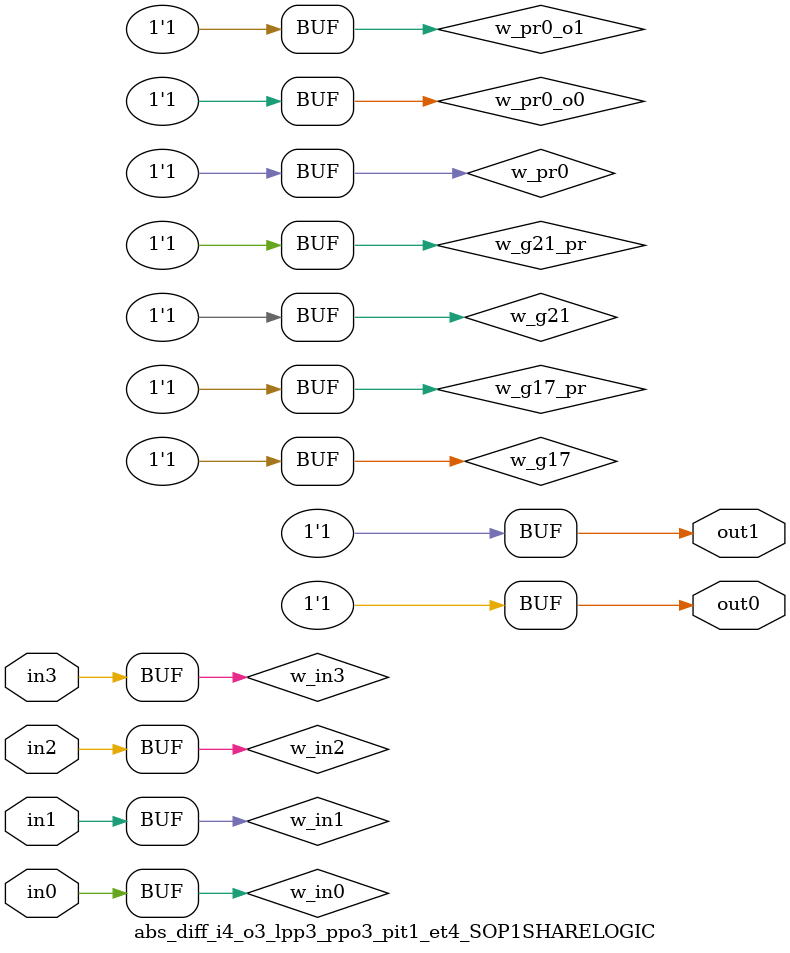
<source format=v>
module abs_diff_i4_o3_lpp3_ppo3_pit1_et4_SOP1SHARELOGIC (in0, in1, in2, in3, out0, out1);
// declaring inputs
input in0,  in1,  in2,  in3;
// declaring outputs
output out0,  out1;
// JSON model input
wire w_in3, w_in2, w_in1, w_in0;
// JSON model output
wire w_g17, w_g21;
//json model
wire w_g17_pr, w_g21_pr, w_pr0_o0, w_pr0_o1, w_pr0;
// JSON model input assign
assign w_in3 = in3;
assign w_in2 = in2;
assign w_in1 = in1;
assign w_in0 = in0;

//json model assigns (approximated Shared/XPAT part)
//assign literals to products
assign w_pr0 = 1;
//if a product has literals and if the product is being "activated" for that output
assign w_pr0_o0 = w_pr0 & 1;
assign w_pr0_o1 = w_pr0 & 1;
//compose an output with corresponding products (OR)
assign w_g17 = w_pr0_o0;
assign w_g21 = w_pr0_o1;
//if an output has products and if it is part of the JSON model
assign w_g17_pr = w_g17 & 1;
assign w_g21_pr = w_g21 & 1;
// output assigns
assign out0 = w_g17_pr;
assign out1 = w_g21_pr;
endmodule
</source>
